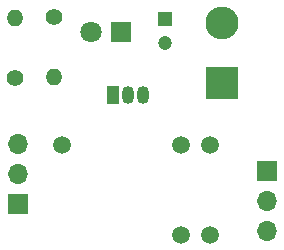
<source format=gbr>
%TF.GenerationSoftware,KiCad,Pcbnew,(5.1.12)-1*%
%TF.CreationDate,2023-08-26T19:42:54+05:30*%
%TF.ProjectId,SINGLE CHANNEL RELAY MODULE,53494e47-4c45-4204-9348-414e4e454c20,rev?*%
%TF.SameCoordinates,Original*%
%TF.FileFunction,Soldermask,Bot*%
%TF.FilePolarity,Negative*%
%FSLAX46Y46*%
G04 Gerber Fmt 4.6, Leading zero omitted, Abs format (unit mm)*
G04 Created by KiCad (PCBNEW (5.1.12)-1) date 2023-08-26 19:42:54*
%MOMM*%
%LPD*%
G01*
G04 APERTURE LIST*
%ADD10O,2.800000X2.800000*%
%ADD11R,2.800000X2.800000*%
%ADD12C,1.200000*%
%ADD13R,1.200000X1.200000*%
%ADD14O,1.400000X1.400000*%
%ADD15C,1.400000*%
%ADD16R,1.050000X1.500000*%
%ADD17O,1.050000X1.500000*%
%ADD18C,1.508000*%
%ADD19O,1.700000X1.700000*%
%ADD20R,1.700000X1.700000*%
%ADD21C,1.800000*%
%ADD22R,1.800000X1.800000*%
G04 APERTURE END LIST*
D10*
%TO.C,D2*%
X162320000Y-77620000D03*
D11*
X162320000Y-82700000D03*
%TD*%
D12*
%TO.C,C1*%
X157460000Y-79310000D03*
D13*
X157460000Y-77310000D03*
%TD*%
D14*
%TO.C,R2*%
X144790000Y-77240000D03*
D15*
X144790000Y-82320000D03*
%TD*%
D14*
%TO.C,R1*%
X148130000Y-82220000D03*
D15*
X148130000Y-77140000D03*
%TD*%
D16*
%TO.C,Q1*%
X153100000Y-83770000D03*
D17*
X155640000Y-83770000D03*
X154370000Y-83770000D03*
%TD*%
D18*
%TO.C,K1*%
X161330000Y-95610000D03*
X158830000Y-95610000D03*
X161330000Y-88010000D03*
X158830000Y-88010000D03*
X148730000Y-88010000D03*
%TD*%
D19*
%TO.C,J2*%
X166150000Y-95280000D03*
X166150000Y-92740000D03*
D20*
X166150000Y-90200000D03*
%TD*%
D19*
%TO.C,J1*%
X145000000Y-87920000D03*
X145000000Y-90460000D03*
D20*
X145000000Y-93000000D03*
%TD*%
D21*
%TO.C,D1*%
X151230000Y-78420000D03*
D22*
X153770000Y-78420000D03*
%TD*%
M02*

</source>
